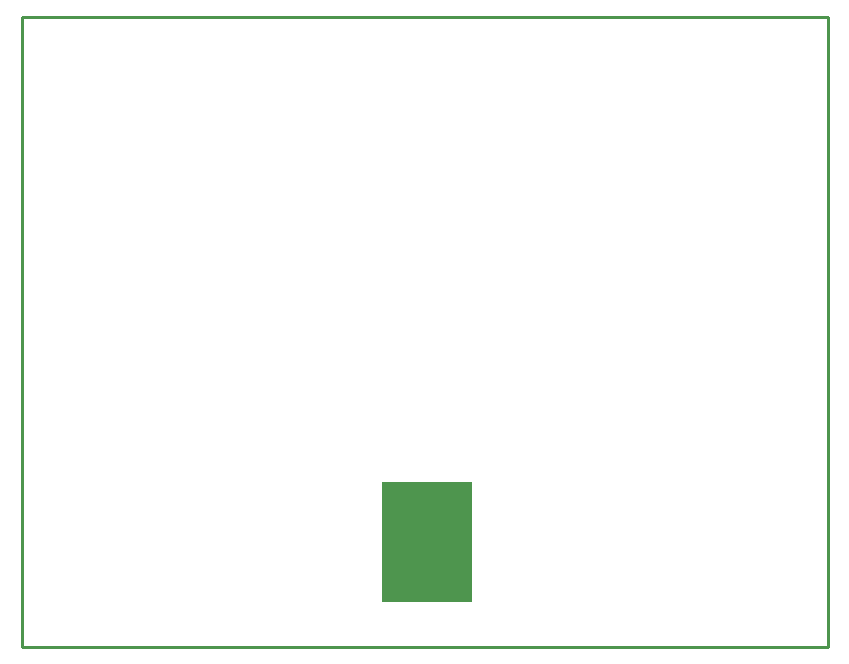
<source format=gbr>
G04 EAGLE Gerber RS-274X export*
G75*
%MOMM*%
%FSLAX34Y34*%
%LPD*%
%IN*%
%IPPOS*%
%AMOC8*
5,1,8,0,0,1.08239X$1,22.5*%
G01*
%ADD10R,7.620000X10.160000*%
%ADD11C,0.254000*%


D10*
X342900Y88900D03*
D11*
X0Y0D02*
X682500Y0D01*
X682500Y533300D01*
X0Y533300D01*
X0Y0D01*
M02*

</source>
